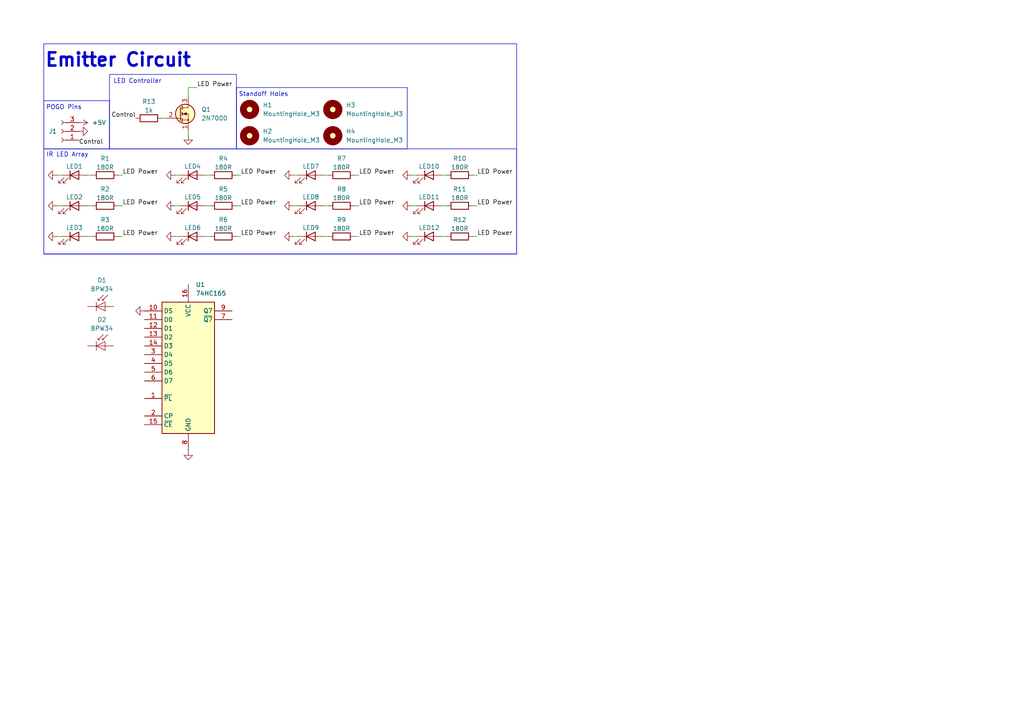
<source format=kicad_sch>
(kicad_sch (version 20250114) (generator "eeschema") (generator_version "9.0")
  (paper "A4")
  (lib_symbols
    (symbol "74xx:74HC165"
      (property "Reference" "U" (at -7.62 19.05 0))
      (property "Value" "74HC165" (at -7.62 -21.59 0))
      (symbol "74HC165_1_0"
        (pin input line (at -12.7 15.24 0) (length 5.08) (name "DS") (number "10"))
        (pin input line (at -12.7 12.7 0) (length 5.08) (name "D0") (number "11"))
        (pin input line (at -12.7 10.16 0) (length 5.08) (name "D1") (number "12"))
        (pin input line (at -12.7 7.62 0) (length 5.08) (name "D2") (number "13"))
        (pin input line (at -12.7 5.08 0) (length 5.08) (name "D3") (number "14"))
        (pin input line (at -12.7 2.54 0) (length 5.08) (name "D4") (number "3"))
        (pin input line (at -12.7 0 0) (length 5.08) (name "D5") (number "4"))
        (pin input line (at -12.7 -2.54 0) (length 5.08) (name "D6") (number "5"))
        (pin input line (at -12.7 -5.08 0) (length 5.08) (name "D7") (number "6"))
        (pin input line (at -12.7 -10.16 0) (length 5.08) (name "~{PL}") (number "1"))
        (pin input line (at -12.7 -15.24 0) (length 5.08) (name "CP") (number "2"))
        (pin input line (at -12.7 -17.78 0) (length 5.08) (name "~{CE}") (number "15"))
        (pin power_in line (at 0 22.86 270) (length 5.08) (name "VCC") (number "16"))
        (pin power_in line (at 0 -25.4 90) (length 5.08) (name "GND") (number "8"))
        (pin output line (at 12.7 15.24 180) (length 5.08) (name "Q7") (number "9"))
        (pin output line (at 12.7 12.7 180) (length 5.08) (name "~{Q7}") (number "7"))
      )
      (symbol "74HC165_1_1"
        (rectangle (start -7.62 17.78) (end 7.62 -20.32) (stroke (width 0.254)) (fill (type background)))
      )
    )
    (symbol "Connector:Conn_01x03_Socket" (pin_names (offset 1.016) (hide yes))
      (property "Reference" "J" (at 0 5.08 0))
      (property "Value" "Conn_01x03_Socket" (at 0 -5.08 0))
      (symbol "Conn_01x03_Socket_1_1"
        (polyline (pts (xy -1.27 2.54) (xy -0.508 2.54)) (stroke (width 0.1524)))
        (polyline (pts (xy -1.27 0) (xy -0.508 0)) (stroke (width 0.1524)))
        (polyline (pts (xy -1.27 -2.54) (xy -0.508 -2.54)) (stroke (width 0.1524)))
        (arc (start 0 2.032) (mid -0.5058 2.54) (end 0 3.048) (stroke (width 0.1524)))
        (arc (start 0 -0.508) (mid -0.5058 0) (end 0 0.508) (stroke (width 0.1524)))
        (arc (start 0 -3.048) (mid -0.5058 -2.54) (end 0 -2.032) (stroke (width 0.1524)))
        (pin passive line (at -5.08 2.54 0) (length 3.81) (name "Pin_1") (number "1"))
        (pin passive line (at -5.08 0 0) (length 3.81) (name "Pin_2") (number "2"))
        (pin passive line (at -5.08 -2.54 0) (length 3.81) (name "Pin_3") (number "3"))
      )
    )
    (symbol "Device:R" (pin_numbers (hide yes)) (pin_names (offset 0))
      (property "Reference" "R" (at 2.032 0 90))
      (property "Value" "R" (at 0 0 90))
      (symbol "R_0_1"
        (rectangle (start -1.016 -2.54) (end 1.016 2.54) (stroke (width 0.254)))
      )
      (symbol "R_1_1"
        (pin passive line (at 0 3.81 270) (length 1.27) (name "~") (number "1"))
        (pin passive line (at 0 -3.81 90) (length 1.27) (name "~") (number "2"))
      )
    )
    (symbol "LED:IR26-21C_L110_TR8" (pin_numbers (hide yes)) (pin_names (offset 1.016) (hide yes))
      (property "Reference" "D" (at 0 2.54 0))
      (property "Value" "IR26-21C_L110_TR8" (at 0 -3.81 0))
      (symbol "IR26-21C_L110_TR8_0_1"
        (polyline (pts (xy -3.048 -0.762) (xy -4.572 -2.286) (xy -3.81 -2.286) (xy -4.572 -2.286) (xy -4.572 -1.524)))
        (polyline (pts (xy -1.778 -0.762) (xy -3.302 -2.286) (xy -2.54 -2.286) (xy -3.302 -2.286) (xy -3.302 -1.524)))
        (polyline (pts (xy -1.27 0) (xy 1.27 0)))
        (polyline (pts (xy -1.27 -1.27) (xy -1.27 1.27)) (stroke (width 0.254)))
        (polyline (pts (xy 1.27 -1.27) (xy 1.27 1.27) (xy -1.27 0) (xy 1.27 -1.27)) (stroke (width 0.254)))
      )
      (symbol "IR26-21C_L110_TR8_1_1"
        (pin passive line (at -3.81 0 0) (length 2.54) (name "K") (number "1"))
        (pin passive line (at 3.81 0 180) (length 2.54) (name "A") (number "2"))
      )
    )
    (symbol "PCM_SL_Mechanical:MountingHole_M3"
      (property "Reference" "H" (at 0 7.62 0))
      (property "Value" "MountingHole_M3" (at 0 5.08 0))
      (symbol "MountingHole_M3_0_1"
        (circle (center 0 0) (radius 1.27) (fill (type background)))
        (circle (center 0 0) (radius 1.7961) (stroke (width 2)))
      )
    )
    (symbol "PCM_Transistor_MOSFET_AKL:2N7000" (pin_names (hide yes))
      (property "Reference" "Q" (at 5.08 1.27 0))
      (property "Value" "2N7000" (at 5.08 -1.27 0))
      (symbol "2N7000_0_1"
        (polyline (pts (xy 0.254 1.905) (xy 0.254 -1.905)) (stroke (width 0.254)))
        (polyline (pts (xy 0.254 -1.27) (xy -2.54 -1.27)))
        (polyline (pts (xy 0.762 2.286) (xy 0.762 1.27)) (stroke (width 0.254)))
        (polyline (pts (xy 0.762 0.508) (xy 0.762 -0.508)) (stroke (width 0.254)))
        (polyline (pts (xy 0.762 -1.27) (xy 0.762 -2.286)) (stroke (width 0.254)))
        (polyline (pts (xy 0.762 -1.778) (xy 2.54 -1.778)))
        (polyline (pts (xy 1.016 0) (xy 2.032 0.381) (xy 2.032 -0.381) (xy 1.016 0)) (fill (type outline)))
        (circle (center 1.651 0) (radius 2.794) (stroke (width 0.254)) (fill (type background)))
        (polyline (pts (xy 2.54 2.54) (xy 2.54 1.778)))
        (polyline (pts (xy 2.54 1.778) (xy 0.762 1.778)))
        (circle (center 2.54 -1.778) (radius 0.1778) (fill (type outline)))
        (polyline (pts (xy 2.54 -2.54) (xy 2.54 0) (xy 0.762 0)))
      )
      (symbol "2N7000_1_1"
        (pin input line (at -3.81 -1.27 0) (length 2.54) (name "G") (number "2"))
        (pin passive line (at 2.54 5.08 270) (length 2.54) (name "D") (number "3"))
        (pin passive line (at 2.54 -5.08 90) (length 2.54) (name "S") (number "1"))
      )
    )
    (symbol "Sensor_Optical:BPW34" (pin_numbers (hide yes)) (pin_names (offset 1.016) (hide yes))
      (property "Reference" "D" (at 0.508 1.778 0))
      (property "Value" "BPW34" (at -1.016 -2.794 0))
      (symbol "BPW34_0_1"
        (polyline (pts (xy -2.54 1.27) (xy -2.54 -1.27)) (stroke (width 0.1524)))
        (polyline (pts (xy -2.032 1.778) (xy -1.524 1.778)))
        (polyline (pts (xy -0.508 3.302) (xy -2.032 1.778) (xy -2.032 2.286)))
        (polyline (pts (xy 0 1.27) (xy -2.54 0) (xy 0 -1.27)))
        (polyline (pts (xy 0 0) (xy -2.54 0)))
        (polyline (pts (xy 0 -1.27) (xy 0 1.27)))
        (polyline (pts (xy 0.762 3.302) (xy -0.762 1.778) (xy -0.762 2.286) (xy -0.762 1.778) (xy -0.254 1.778)))
      )
      (symbol "BPW34_1_1"
        (pin passive line (at -5.08 0 0) (length 2.54) (name "K") (number "1"))
        (pin passive line (at 2.54 0 180) (length 2.54) (name "A") (number "2"))
      )
    )
    (symbol "power:+5V" (power) (pin_numbers (hide yes)) (pin_names (offset 0) (hide yes))
      (property "Value" "+5V" (at 0 3.556 0))
      (symbol "+5V_0_1"
        (polyline (pts (xy -0.762 1.27) (xy 0 2.54)))
        (polyline (pts (xy 0 2.54) (xy 0.762 1.27)))
        (polyline (pts (xy 0 0) (xy 0 2.54)))
      )
      (symbol "+5V_1_1"
        (pin power_in line (at 0 0 90) (length 0) (name "~") (number "1"))
      )
    )
    (symbol "power:GND" (power) (pin_numbers (hide yes)) (pin_names (offset 0) (hide yes))
      (property "Value" "GND" (at 0 -3.81 0))
      (symbol "GND_0_1"
        (polyline (pts (xy 0 0) (xy 0 -1.27) (xy 1.27 -1.27) (xy 0 -2.54) (xy -1.27 -1.27) (xy 0 -1.27)))
      )
      (symbol "GND_1_1"
        (pin power_in line (at 0 0 270) (length 0) (name "~") (number "1"))
      )
    )
  )
  (rectangle (start 12.7 43.18) (end 149.86 73.66))
  (rectangle (start 12.7 12.7) (end 149.86 73.66))
  (rectangle (start 68.58 25.4) (end 118.11 43.18))
  (rectangle (start 31.75 21.59) (end 68.58 43.18))
  (rectangle (start 12.7 29.21) (end 31.75 43.18))
  (text "IR LED Array" (at 19.558 44.958 0) (effects (font (size 1.27 1.27))))
  (text "Standoff Holes" (at 76.454 27.432 0) (effects (font (size 1.27 1.27))))
  (text "LED Controller" (at 39.878 23.622 0) (effects (font (size 1.27 1.27))))
  (text "POGO Pins" (at 18.542 31.242 0) (effects (font (size 1.27 1.27))))
  (text "Emitter Circuit" (at 34.29 17.526 0) (effects (font (size 3.81 3.81) (thickness 0.762) (bold yes))))
  (wire (pts (xy 102.87 59.69) (xy 104.14 59.69)))
  (wire (pts (xy 93.98 59.69) (xy 95.25 59.69)))
  (wire (pts (xy 59.69 59.69) (xy 60.96 59.69)))
  (wire (pts (xy 59.69 50.8) (xy 60.96 50.8)))
  (wire (pts (xy 50.8 50.8) (xy 52.07 50.8)))
  (wire (pts (xy 85.09 50.8) (xy 86.36 50.8)))
  (wire (pts (xy 137.16 68.58) (xy 138.43 68.58)))
  (wire (pts (xy 128.27 59.69) (xy 129.54 59.69)))
  (wire (pts (xy 93.98 68.58) (xy 95.25 68.58)))
  (wire (pts (xy 16.51 68.58) (xy 17.78 68.58)))
  (wire (pts (xy 85.09 59.69) (xy 86.36 59.69)))
  (wire (pts (xy 93.98 50.8) (xy 95.25 50.8)))
  (wire (pts (xy 119.38 50.8) (xy 120.65 50.8)))
  (wire (pts (xy 68.58 59.69) (xy 69.85 59.69)))
  (wire (pts (xy 16.51 59.69) (xy 17.78 59.69)))
  (wire (pts (xy 16.51 50.8) (xy 17.78 50.8)))
  (wire (pts (xy 119.38 59.69) (xy 120.65 59.69)))
  (wire (pts (xy 34.29 59.69) (xy 35.56 59.69)))
  (wire (pts (xy 119.38 68.58) (xy 120.65 68.58)))
  (wire (pts (xy 50.8 59.69) (xy 52.07 59.69)))
  (wire (pts (xy 34.29 68.58) (xy 35.56 68.58)))
  (wire (pts (xy 137.16 50.8) (xy 138.43 50.8)))
  (wire (pts (xy 68.58 50.8) (xy 69.85 50.8)))
  (wire (pts (xy 54.61 25.4) (xy 57.15 25.4)))
  (wire (pts (xy 54.61 38.1) (xy 54.61 39.37)))
  (wire (pts (xy 59.69 68.58) (xy 60.96 68.58)))
  (wire (pts (xy 102.87 68.58) (xy 104.14 68.58)))
  (wire (pts (xy 54.61 25.4) (xy 54.61 27.94)))
  (wire (pts (xy 128.27 50.8) (xy 129.54 50.8)))
  (wire (pts (xy 25.4 50.8) (xy 26.67 50.8)))
  (wire (pts (xy 34.29 50.8) (xy 35.56 50.8)))
  (wire (pts (xy 50.8 68.58) (xy 52.07 68.58)))
  (wire (pts (xy 85.09 68.58) (xy 86.36 68.58)))
  (wire (pts (xy 25.4 68.58) (xy 26.67 68.58)))
  (wire (pts (xy 46.99 34.29) (xy 48.26 34.29)))
  (wire (pts (xy 102.87 50.8) (xy 104.14 50.8)))
  (wire (pts (xy 68.58 68.58) (xy 69.85 68.58)))
  (wire (pts (xy 128.27 68.58) (xy 129.54 68.58)))
  (wire (pts (xy 25.4 59.69) (xy 26.67 59.69)))
  (wire (pts (xy 137.16 59.69) (xy 138.43 59.69)))
  (label "LED Power" (at 57.15 25.4 0))
  (label "LED Power" (at 35.56 59.69 0))
  (label "LED Power" (at 69.85 68.58 0))
  (label "LED Power" (at 35.56 50.8 0))
  (label "LED Power" (at 69.85 50.8 0))
  (label "LED Power" (at 138.43 68.58 0))
  (label "LED Power" (at 35.56 68.58 0))
  (label "LED Power" (at 104.14 59.69 0))
  (label "Control" (at 39.37 34.29 180))
  (label "LED Power" (at 69.85 59.69 0))
  (label "LED Power" (at 138.43 59.69 0))
  (label "Control" (at 22.86 40.64 0))
  (label "LED Power" (at 104.14 50.8 0))
  (label "LED Power" (at 138.43 50.8 0))
  (label "LED Power" (at 104.14 68.58 0))
  (symbol (lib_id "PCM_SL_Mechanical:MountingHole_M3") (at 96.52 39.37 0) (unit 1)
    (property "Reference" "H4" (at 100.33 38.0999 0) (effects (justify left)))
    (property "Value" "MountingHole_M3" (at 100.33 40.6399 0) (effects (justify left)))
    (property "Footprint" "MountingHole:MountingHole_3.2mm_M3" (effects (hide yes)))
    (property "Description" "3.2mm Diameter Mounting Hole (M3)" (effects (hide yes)))
  )
  (symbol (lib_id "Device:R") (at 30.48 68.58 90) (unit 1)
    (property "Reference" "R3" (at 30.48 63.754 90))
    (property "Value" "180R" (at 30.48 66.294 90))
    (property "Description" "Resistor" (effects (hide yes)))
  )
  (symbol (lib_id "power:GND") (at 119.38 68.58 270) (unit 1)
    (property "Reference" "#PWR022" (effects (hide yes)))
    (property "Value" "GND" (effects (hide yes)))
    (property "Description" "Power symbol creates a global label with name \"GND\" , ground" (effects (hide yes)))
  )
  (symbol (lib_id "Device:R") (at 64.77 68.58 90) (unit 1)
    (property "Reference" "R6" (at 64.77 63.754 90))
    (property "Value" "180R" (at 64.77 66.294 90))
    (property "Description" "Resistor" (effects (hide yes)))
  )
  (symbol (lib_id "Connector:Conn_01x03_Socket") (at 17.78 38.1 180) (unit 1)
    (property "Reference" "J1" (at 16.51 38.1 0) (effects (justify left)))
    (property "Value" "Conn_01x03_Socket" (effects (hide yes)))
    (property "Description" "Generic connector, single row, 01x03, script generated" (effects (hide yes)))
  )
  (symbol (lib_id "Sensor_Optical:BPW34") (at 30.48 100.33 0) (unit 1)
    (property "Reference" "D2" (at 29.5529 92.71 0))
    (property "Value" "BPW34" (at 29.5529 95.25 0))
    (property "Footprint" "OptoDevice:Osram_DIL2_4.3x4.65mm_P5.08mm" (effects (hide yes)))
    (property "Datasheet" "http://www.vishay.com/docs/81521/bpw34.pdf" (effects (hide yes)))
    (property "Description" "Silicon PIN Photodiode" (effects (hide yes)))
  )
  (symbol (lib_id "Device:R") (at 64.77 50.8 90) (unit 1)
    (property "Reference" "R4" (at 64.77 45.974 90))
    (property "Value" "180R" (at 64.77 48.514 90))
    (property "Description" "Resistor" (effects (hide yes)))
  )
  (symbol (lib_id "Device:R") (at 133.35 50.8 90) (unit 1)
    (property "Reference" "R10" (at 133.35 45.974 90))
    (property "Value" "180R" (at 133.35 48.514 90))
    (property "Description" "Resistor" (effects (hide yes)))
  )
  (symbol (lib_id "LED:IR26-21C_L110_TR8") (at 90.17 50.8 0) (unit 1)
    (property "Reference" "LED7" (at 90.17 48.26 0))
    (property "Value" "IR26-21C_L110_TR8" (effects (hide yes)))
    (property "Footprint" "LED_SMD:LED_1206_3216Metric" (effects (hide yes)))
    (property "Datasheet" "http://www.everlight.com/file/ProductFile/IR26-21C-L110-TR8.pdf" (effects (hide yes)))
    (property "Description" "940nm, 20 deg, Infrared LED, 1206" (effects (hide yes)))
  )
  (symbol (lib_id "LED:IR26-21C_L110_TR8") (at 124.46 59.69 0) (unit 1)
    (property "Reference" "LED11" (at 124.46 57.15 0))
    (property "Value" "IR26-21C_L110_TR8" (effects (hide yes)))
    (property "Footprint" "LED_SMD:LED_1206_3216Metric" (effects (hide yes)))
    (property "Datasheet" "http://www.everlight.com/file/ProductFile/IR26-21C-L110-TR8.pdf" (effects (hide yes)))
    (property "Description" "940nm, 20 deg, Infrared LED, 1206" (effects (hide yes)))
  )
  (symbol (lib_id "power:GND") (at 16.51 59.69 270) (unit 1)
    (property "Reference" "#PWR02" (effects (hide yes)))
    (property "Value" "GND" (effects (hide yes)))
    (property "Description" "Power symbol creates a global label with name \"GND\" , ground" (effects (hide yes)))
  )
  (symbol (lib_id "Device:R") (at 30.48 59.69 90) (unit 1)
    (property "Reference" "R2" (at 30.48 54.864 90))
    (property "Value" "180R" (at 30.48 57.404 90))
    (property "Description" "Resistor" (effects (hide yes)))
  )
  (symbol (lib_id "LED:IR26-21C_L110_TR8") (at 55.88 50.8 0) (unit 1)
    (property "Reference" "LED4" (at 55.88 48.26 0))
    (property "Value" "IR26-21C_L110_TR8" (effects (hide yes)))
    (property "Footprint" "LED_SMD:LED_1206_3216Metric" (effects (hide yes)))
    (property "Datasheet" "http://www.everlight.com/file/ProductFile/IR26-21C-L110-TR8.pdf" (effects (hide yes)))
    (property "Description" "940nm, 20 deg, Infrared LED, 1206" (effects (hide yes)))
  )
  (symbol (lib_id "LED:IR26-21C_L110_TR8") (at 21.59 68.58 0) (unit 1)
    (property "Reference" "LED3" (at 21.59 66.04 0))
    (property "Value" "IR26-21C_L110_TR8" (effects (hide yes)))
    (property "Footprint" "LED_SMD:LED_1206_3216Metric" (effects (hide yes)))
    (property "Datasheet" "http://www.everlight.com/file/ProductFile/IR26-21C-L110-TR8.pdf" (effects (hide yes)))
    (property "Description" "940nm, 20 deg, Infrared LED, 1206" (effects (hide yes)))
  )
  (symbol (lib_id "Device:R") (at 64.77 59.69 90) (unit 1)
    (property "Reference" "R5" (at 64.77 54.864 90))
    (property "Value" "180R" (at 64.77 57.404 90))
    (property "Description" "Resistor" (effects (hide yes)))
  )
  (symbol (lib_id "power:GND") (at 85.09 59.69 270) (unit 1)
    (property "Reference" "#PWR015" (effects (hide yes)))
    (property "Value" "GND" (effects (hide yes)))
    (property "Description" "Power symbol creates a global label with name \"GND\" , ground" (effects (hide yes)))
  )
  (symbol (lib_id "power:GND") (at 22.86 38.1 90) (unit 1)
    (property "Reference" "#PWR07" (effects (hide yes)))
    (property "Value" "GND" (effects (hide yes)))
    (property "Description" "Power symbol creates a global label with name \"GND\" , ground" (effects (hide yes)))
  )
  (symbol (lib_id "power:GND") (at 41.91 90.17 270) (unit 1)
    (property "Reference" "#PWR011" (effects (hide yes)))
    (property "Value" "GND" (effects (hide yes)))
    (property "Description" "Power symbol creates a global label with name \"GND\" , ground" (effects (hide yes)))
  )
  (symbol (lib_id "PCM_SL_Mechanical:MountingHole_M3") (at 72.39 31.75 0) (unit 1)
    (property "Reference" "H1" (at 76.2 30.4799 0) (effects (justify left)))
    (property "Value" "MountingHole_M3" (at 76.2 33.0199 0) (effects (justify left)))
    (property "Footprint" "MountingHole:MountingHole_3.2mm_M3" (effects (hide yes)))
    (property "Description" "3.2mm Diameter Mounting Hole (M3)" (effects (hide yes)))
  )
  (symbol (lib_id "Device:R") (at 99.06 50.8 90) (unit 1)
    (property "Reference" "R7" (at 99.06 45.974 90))
    (property "Value" "180R" (at 99.06 48.514 90))
    (property "Description" "Resistor" (effects (hide yes)))
  )
  (symbol (lib_id "LED:IR26-21C_L110_TR8") (at 55.88 68.58 0) (unit 1)
    (property "Reference" "LED6" (at 55.88 66.04 0))
    (property "Value" "IR26-21C_L110_TR8" (effects (hide yes)))
    (property "Footprint" "LED_SMD:LED_1206_3216Metric" (effects (hide yes)))
    (property "Datasheet" "http://www.everlight.com/file/ProductFile/IR26-21C-L110-TR8.pdf" (effects (hide yes)))
    (property "Description" "940nm, 20 deg, Infrared LED, 1206" (effects (hide yes)))
  )
  (symbol (lib_id "power:GND") (at 16.51 50.8 270) (unit 1)
    (property "Reference" "#PWR01" (effects (hide yes)))
    (property "Value" "GND" (effects (hide yes)))
    (property "Description" "Power symbol creates a global label with name \"GND\" , ground" (effects (hide yes)))
  )
  (symbol (lib_id "Device:R") (at 133.35 68.58 90) (unit 1)
    (property "Reference" "R12" (at 133.35 63.754 90))
    (property "Value" "180R" (at 133.35 66.294 90))
    (property "Description" "Resistor" (effects (hide yes)))
  )
  (symbol (lib_id "Device:R") (at 99.06 59.69 90) (unit 1)
    (property "Reference" "R8" (at 99.06 54.864 90))
    (property "Value" "180R" (at 99.06 57.404 90))
    (property "Description" "Resistor" (effects (hide yes)))
  )
  (symbol (lib_id "LED:IR26-21C_L110_TR8") (at 21.59 50.8 0) (unit 1)
    (property "Reference" "LED1" (at 21.59 48.26 0))
    (property "Value" "IR26-21C_L110_TR8" (effects (hide yes)))
    (property "Footprint" "LED_SMD:LED_1206_3216Metric" (effects (hide yes)))
    (property "Datasheet" "http://www.everlight.com/file/ProductFile/IR26-21C-L110-TR8.pdf" (effects (hide yes)))
    (property "Description" "940nm, 20 deg, Infrared LED, 1206" (effects (hide yes)))
  )
  (symbol (lib_id "LED:IR26-21C_L110_TR8") (at 124.46 68.58 0) (unit 1)
    (property "Reference" "LED12" (at 124.46 66.04 0))
    (property "Value" "IR26-21C_L110_TR8" (effects (hide yes)))
    (property "Footprint" "LED_SMD:LED_1206_3216Metric" (effects (hide yes)))
    (property "Datasheet" "http://www.everlight.com/file/ProductFile/IR26-21C-L110-TR8.pdf" (effects (hide yes)))
    (property "Description" "940nm, 20 deg, Infrared LED, 1206" (effects (hide yes)))
  )
  (symbol (lib_id "Device:R") (at 43.18 34.29 90) (unit 1)
    (property "Reference" "R13" (at 43.18 29.464 90))
    (property "Value" "1k" (at 43.18 32.004 90))
    (property "Description" "Resistor" (effects (hide yes)))
  )
  (symbol (lib_id "LED:IR26-21C_L110_TR8") (at 124.46 50.8 0) (unit 1)
    (property "Reference" "LED10" (at 124.46 48.26 0))
    (property "Value" "IR26-21C_L110_TR8" (effects (hide yes)))
    (property "Footprint" "LED_SMD:LED_1206_3216Metric" (effects (hide yes)))
    (property "Datasheet" "http://www.everlight.com/file/ProductFile/IR26-21C-L110-TR8.pdf" (effects (hide yes)))
    (property "Description" "940nm, 20 deg, Infrared LED, 1206" (effects (hide yes)))
  )
  (symbol (lib_id "power:GND") (at 50.8 50.8 270) (unit 1)
    (property "Reference" "#PWR08" (effects (hide yes)))
    (property "Value" "GND" (effects (hide yes)))
    (property "Description" "Power symbol creates a global label with name \"GND\" , ground" (effects (hide yes)))
  )
  (symbol (lib_id "power:GND") (at 85.09 50.8 270) (unit 1)
    (property "Reference" "#PWR014" (effects (hide yes)))
    (property "Value" "GND" (effects (hide yes)))
    (property "Description" "Power symbol creates a global label with name \"GND\" , ground" (effects (hide yes)))
  )
  (symbol (lib_id "power:GND") (at 54.61 39.37 0) (unit 1)
    (property "Reference" "#PWR04" (effects (hide yes)))
    (property "Value" "GND" (effects (hide yes)))
    (property "Description" "Power symbol creates a global label with name \"GND\" , ground" (effects (hide yes)))
  )
  (symbol (lib_id "PCM_SL_Mechanical:MountingHole_M3") (at 96.52 31.75 0) (unit 1)
    (property "Reference" "H3" (at 100.33 30.4799 0) (effects (justify left)))
    (property "Value" "MountingHole_M3" (at 100.33 33.0199 0) (effects (justify left)))
    (property "Footprint" "MountingHole:MountingHole_3.2mm_M3" (effects (hide yes)))
    (property "Description" "3.2mm Diameter Mounting Hole (M3)" (effects (hide yes)))
  )
  (symbol (lib_id "PCM_SL_Mechanical:MountingHole_M3") (at 72.39 39.37 0) (unit 1)
    (property "Reference" "H2" (at 76.2 38.0999 0) (effects (justify left)))
    (property "Value" "MountingHole_M3" (at 76.2 40.6399 0) (effects (justify left)))
    (property "Footprint" "MountingHole:MountingHole_3.2mm_M3" (effects (hide yes)))
    (property "Description" "3.2mm Diameter Mounting Hole (M3)" (effects (hide yes)))
  )
  (symbol (lib_id "Sensor_Optical:BPW34") (at 30.48 88.9 0) (unit 1)
    (property "Reference" "D1" (at 29.5529 81.28 0))
    (property "Value" "BPW34" (at 29.5529 83.82 0))
    (property "Footprint" "OptoDevice:Osram_DIL2_4.3x4.65mm_P5.08mm" (effects (hide yes)))
    (property "Datasheet" "http://www.vishay.com/docs/81521/bpw34.pdf" (effects (hide yes)))
    (property "Description" "Silicon PIN Photodiode" (effects (hide yes)))
  )
  (symbol (lib_id "LED:IR26-21C_L110_TR8") (at 90.17 59.69 0) (unit 1)
    (property "Reference" "LED8" (at 90.17 57.15 0))
    (property "Value" "IR26-21C_L110_TR8" (effects (hide yes)))
    (property "Footprint" "LED_SMD:LED_1206_3216Metric" (effects (hide yes)))
    (property "Datasheet" "http://www.everlight.com/file/ProductFile/IR26-21C-L110-TR8.pdf" (effects (hide yes)))
    (property "Description" "940nm, 20 deg, Infrared LED, 1206" (effects (hide yes)))
  )
  (symbol (lib_id "LED:IR26-21C_L110_TR8") (at 55.88 59.69 0) (unit 1)
    (property "Reference" "LED5" (at 55.88 57.15 0))
    (property "Value" "IR26-21C_L110_TR8" (effects (hide yes)))
    (property "Footprint" "LED_SMD:LED_1206_3216Metric" (effects (hide yes)))
    (property "Datasheet" "http://www.everlight.com/file/ProductFile/IR26-21C-L110-TR8.pdf" (effects (hide yes)))
    (property "Description" "940nm, 20 deg, Infrared LED, 1206" (effects (hide yes)))
  )
  (symbol (lib_id "Device:R") (at 133.35 59.69 90) (unit 1)
    (property "Reference" "R11" (at 133.35 54.864 90))
    (property "Value" "180R" (at 133.35 57.404 90))
    (property "Description" "Resistor" (effects (hide yes)))
  )
  (symbol (lib_id "Device:R") (at 30.48 50.8 90) (unit 1)
    (property "Reference" "R1" (at 30.48 45.974 90))
    (property "Value" "180R" (at 30.48 48.514 90))
    (property "Description" "Resistor" (effects (hide yes)))
  )
  (symbol (lib_id "LED:IR26-21C_L110_TR8") (at 21.59 59.69 0) (unit 1)
    (property "Reference" "LED2" (at 21.59 57.15 0))
    (property "Value" "IR26-21C_L110_TR8" (effects (hide yes)))
    (property "Footprint" "LED_SMD:LED_1206_3216Metric" (effects (hide yes)))
    (property "Datasheet" "http://www.everlight.com/file/ProductFile/IR26-21C-L110-TR8.pdf" (effects (hide yes)))
    (property "Description" "940nm, 20 deg, Infrared LED, 1206" (effects (hide yes)))
  )
  (symbol (lib_id "LED:IR26-21C_L110_TR8") (at 90.17 68.58 0) (unit 1)
    (property "Reference" "LED9" (at 90.17 66.04 0))
    (property "Value" "IR26-21C_L110_TR8" (effects (hide yes)))
    (property "Footprint" "LED_SMD:LED_1206_3216Metric" (effects (hide yes)))
    (property "Datasheet" "http://www.everlight.com/file/ProductFile/IR26-21C-L110-TR8.pdf" (effects (hide yes)))
    (property "Description" "940nm, 20 deg, Infrared LED, 1206" (effects (hide yes)))
  )
  (symbol (lib_id "74xx:74HC165") (at 54.61 105.41 0) (unit 1)
    (property "Reference" "U1" (at 56.7533 82.55 0) (effects (justify left)))
    (property "Value" "74HC165" (at 56.7533 85.09 0) (effects (justify left)))
    (property "Datasheet" "https://assets.nexperia.com/documents/data-sheet/74HC_HCT165.pdf" (effects (hide yes)))
    (property "Description" "Shift Register, 8-bit, Parallel Load" (effects (hide yes)))
  )
  (symbol (lib_id "power:GND") (at 119.38 50.8 270) (unit 1)
    (property "Reference" "#PWR020" (effects (hide yes)))
    (property "Value" "GND" (effects (hide yes)))
    (property "Description" "Power symbol creates a global label with name \"GND\" , ground" (effects (hide yes)))
  )
  (symbol (lib_id "power:GND") (at 16.51 68.58 270) (unit 1)
    (property "Reference" "#PWR03" (effects (hide yes)))
    (property "Value" "GND" (effects (hide yes)))
    (property "Description" "Power symbol creates a global label with name \"GND\" , ground" (effects (hide yes)))
  )
  (symbol (lib_id "power:+5V") (at 22.86 35.56 270) (unit 1)
    (property "Reference" "#PWR05" (effects (hide yes)))
    (property "Value" "+5V" (at 26.67 35.5601 90) (effects (justify left)))
    (property "Description" "Power symbol creates a global label with name \"+5V\"" (effects (hide yes)))
  )
  (symbol (lib_id "power:GND") (at 50.8 68.58 270) (unit 1)
    (property "Reference" "#PWR010" (effects (hide yes)))
    (property "Value" "GND" (effects (hide yes)))
    (property "Description" "Power symbol creates a global label with name \"GND\" , ground" (effects (hide yes)))
  )
  (symbol (lib_id "power:GND") (at 54.61 130.81 0) (unit 1)
    (property "Reference" "#PWR06" (effects (hide yes)))
    (property "Value" "GND" (effects (hide yes)))
    (property "Description" "Power symbol creates a global label with name \"GND\" , ground" (effects (hide yes)))
  )
  (symbol (lib_id "Device:R") (at 99.06 68.58 90) (unit 1)
    (property "Reference" "R9" (at 99.06 63.754 90))
    (property "Value" "180R" (at 99.06 66.294 90))
    (property "Description" "Resistor" (effects (hide yes)))
  )
  (symbol (lib_id "PCM_Transistor_MOSFET_AKL:2N7000") (at 52.07 33.02 0) (unit 1)
    (property "Reference" "Q1" (at 58.42 31.7499 0) (effects (justify left)))
    (property "Value" "2N7000" (at 58.42 34.2899 0) (effects (justify left)))
    (property "Footprint" "PCM_Package_TO_SOT_THT_AKL:TO-92_Inline_Wide_SGD" (effects (hide yes)))
    (property "Datasheet" "https://www.tme.eu/Document/7df5cae36abdfcedddb681f5be886f05/2N7000.pdf" (effects (hide yes)))
    (property "Description" "TO-92 N-MOSFET enchancement mode transistor, 60V, 200mA, 400mW, Alternate KiCAD Library" (effects (hide yes)))
  )
  (symbol (lib_id "power:GND") (at 50.8 59.69 270) (unit 1)
    (property "Reference" "#PWR09" (effects (hide yes)))
    (property "Value" "GND" (effects (hide yes)))
    (property "Description" "Power symbol creates a global label with name \"GND\" , ground" (effects (hide yes)))
  )
  (symbol (lib_id "power:GND") (at 119.38 59.69 270) (unit 1)
    (property "Reference" "#PWR021" (effects (hide yes)))
    (property "Value" "GND" (effects (hide yes)))
    (property "Description" "Power symbol creates a global label with name \"GND\" , ground" (effects (hide yes)))
  )
  (symbol (lib_id "power:GND") (at 85.09 68.58 270) (unit 1)
    (property "Reference" "#PWR016" (effects (hide yes)))
    (property "Value" "GND" (effects (hide yes)))
    (property "Description" "Power symbol creates a global label with name \"GND\" , ground" (effects (hide yes)))
  )
)
</source>
